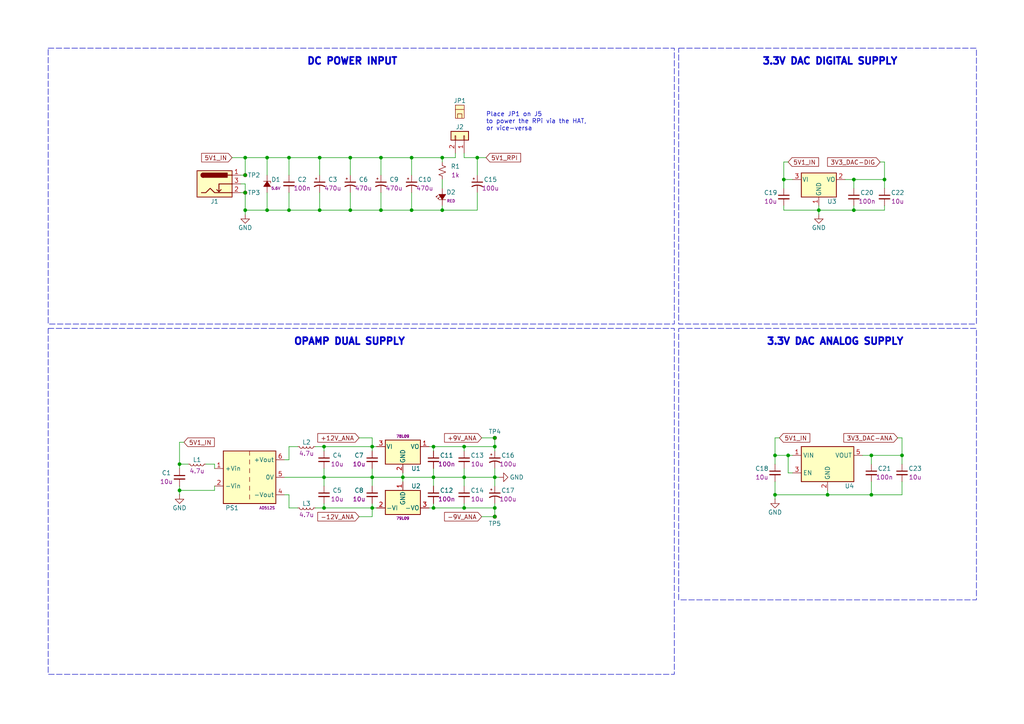
<source format=kicad_sch>
(kicad_sch (version 20250114) (generator "eeschema") (generator_version "9.0")
  (paper "A4")
  (title_block (title "LightSABRE DAC") (date "2026-01-09") (rev "1.0") (company "itz-embedded") (comment 1 "Author: D. Murgia"))
  (lib_symbols
    (symbol "dm_CAP_SMD:CAP-100N-10%-16V-X7R-0402_002" (pin_numbers (hide yes)) (pin_names (offset 0.254) (hide yes))
      (property "Reference" "C" (at 3.81 1.27 0))
      (property "Capacitance" "100n" (at 3.81 -1.27 0))
      (symbol "CAP-100N-10%-16V-X7R-0402_002_1_1"
        (pin passive line (at 0 2.54 270) (length 2.032) (name "~") (number "1"))
        (pin passive line (at 0 -2.54 90) (length 2.032) (name "~") (number "2"))
      )
    )
    (symbol "dm_CAP_SMD:CAP-100N-10%-50V-X7R-0603_002" (pin_numbers (hide yes)) (pin_names (offset 0.254) (hide yes))
      (property "Reference" "C" (at 3.81 1.27 0))
      (property "Capacitance" "100n" (at 3.81 -1.27 0))
      (symbol "CAP-100N-10%-50V-X7R-0603_002_1_1"
        (pin passive line (at 0 2.54 270) (length 2.032) (name "~") (number "1"))
        (pin passive line (at 0 -2.54 90) (length 2.032) (name "~") (number "2"))
      )
    )
    (symbol "dm_CAP_SMD:CAP-10U-20%-16V-X5R-0603_004" (pin_numbers (hide yes)) (pin_names (offset 0.254) (hide yes))
      (property "Reference" "C" (at 3.81 1.27 0))
      (property "Capacitance" "10u" (at 3.81 -1.27 0))
      (symbol "CAP-10U-20%-16V-X5R-0603_004_1_1"
        (pin passive line (at 0 2.54 270) (length 2.032) (name "~") (number "1"))
        (pin passive line (at 0 -2.54 90) (length 2.032) (name "~") (number "2"))
      )
    )
    (symbol "dm_CAP_SMD:CAP-EL-100U-20%-16V-ALUM-5.0MM-5.4MM_002" (pin_numbers (hide yes)) (pin_names (offset 0.254) (hide yes))
      (property "Reference" "C" (at 3.81 1.27 0))
      (property "Capacitance" "100u" (at 3.81 -1.27 0))
      (symbol "CAP-EL-100U-20%-16V-ALUM-5.0MM-5.4MM_002_1_1"
        (pin passive line (at 0 2.54 270) (length 2.032) (name "~") (number "1"))
        (pin passive line (at 0 -2.54 90) (length 2.032) (name "~") (number "2"))
      )
    )
    (symbol "dm_CAP_SMD:CAP-EL-470U-20%-10V-ALUM-6.3MM-7.7MM_002" (pin_numbers (hide yes)) (pin_names (offset 0.254) (hide yes))
      (property "Reference" "C" (at 3.81 1.27 0))
      (property "Capacitance" "470u" (at 3.81 -1.27 0))
      (symbol "CAP-EL-470U-20%-10V-ALUM-6.3MM-7.7MM_002_1_1"
        (pin passive line (at 0 2.54 270) (length 2.032) (name "~") (number "1"))
        (pin passive line (at 0 -2.54 90) (length 2.032) (name "~") (number "2"))
      )
    )
    (symbol "dm_CONN:BARREL-JACK-SW_002" (pin_names (hide yes))
      (property "Reference" "J" (at -3.81 -5.08 0))
      (symbol "BARREL-JACK-SW_002_1_1"
        (pin passive line (at 7.62 2.54 180) (length 2.54) (name "~") (number "1"))
        (pin passive line (at 7.62 0 180) (length 2.54) (name "~") (number "3"))
        (pin passive line (at 7.62 -2.54 180) (length 2.54) (name "~") (number "2"))
      )
    )
    (symbol "dm_CONN:CONN-HDR-01X02-2.54-TH_002" (pin_names (offset 1.016) (hide yes))
      (property "Reference" "J" (at 0 3.81 0))
      (symbol "CONN-HDR-01X02-2.54-TH_002_1_1"
        (pin passive line (at -5.08 1.27 0) (length 3.81) (name "Pin_1") (number "1"))
        (pin passive line (at -5.08 -1.27 0) (length 3.81) (name "Pin_2") (number "2"))
      )
    )
    (symbol "dm_DIODE:ZENER-5.6V-5W-SMB_003" (pin_numbers (hide yes)) (pin_names (offset 0.254) (hide yes))
      (property "Reference" "D" (at 0 2.286 0))
      (property "Voltage" "5.6V" (at 0 -2.54 0))
      (symbol "ZENER-5.6V-5W-SMB_003_1_1"
        (pin passive line (at -2.54 0 0) (length 1.778) (name "K") (number "1"))
        (pin passive line (at 2.54 0 180) (length 1.778) (name "A") (number "2"))
      )
    )
    (symbol "dm_IND_SMD:IND-4.7U-20%-1.55A-0.196OHM-1008_002" (pin_numbers (hide yes)) (pin_names (offset 0.254) (hide yes))
      (property "Reference" "L" (at -2.54 1.27 0))
      (property "Inductance" "4.7u" (at -2.54 -1.27 0))
      (symbol "IND-4.7U-20%-1.55A-0.196OHM-1008_002_1_1"
        (pin passive line (at 0 2.54 270) (length 0.508) (name "~") (number "1"))
        (pin passive line (at 0 -2.54 90) (length 0.508) (name "~") (number "2"))
      )
    )
    (symbol "dm_LED:LED-RED-0402_002" (pin_numbers (hide yes)) (pin_names (offset 0.254) (hide yes))
      (property "Reference" "D" (at 0 2.54 0))
      (property "Color" "RED" (at 0 -2.54 0))
      (symbol "LED-RED-0402_002_1_1"
        (pin passive line (at -2.54 0 0) (length 1.778) (name "K") (number "1"))
        (pin passive line (at 2.54 0 180) (length 1.778) (name "A") (number "2"))
      )
    )
    (symbol "dm_MECH:TP-TH-ROUND-1MM-0.5MM" (pin_numbers (hide yes)) (pin_names (offset 0.762) (hide yes)) (in_bom no)
      (property "Reference" "TP" (at 0 2.032 0))
      (symbol "TP-TH-ROUND-1MM-0.5MM_0_1"
        (pin passive line (at 0 0 90) (length 0) (name "1") (number "1"))
      )
    )
    (symbol "dm_MISC:CONN-SHUNT-2P-2.54MM-BLACK-CAPPED_002" (pin_numbers (hide yes)) (pin_names (offset 0) (hide yes)) (on_board no)
      (property "Reference" "JP" (at 0 -3.81 0))
    )
    (symbol "dm_POWER:78L09-SOT89_002" (pin_names (offset 0.254))
      (property "Reference" "U" (at -3.81 -6.35 0))
      (property "Family" "78L09" (at 0 3.81 0))
      (symbol "78L09-SOT89_002_1_1"
        (pin power_in line (at -7.62 0 0) (length 2.54) (name "VI") (number "3"))
        (pin power_in line (at 0 -7.62 90) (length 2.54) (name "GND") (number "2"))
        (pin power_out line (at 7.62 0 180) (length 2.54) (name "VO") (number "1"))
      )
    )
    (symbol "dm_POWER:79L09-SOT89_002" (pin_names (offset 0.254))
      (property "Reference" "U" (at -3.81 -6.35 0))
      (property "Family" "79L09" (at 0 3.81 0))
      (symbol "79L09-SOT89_002_1_1"
        (pin power_in line (at -7.62 0 0) (length 2.54) (name "-VI") (number "2"))
        (pin power_in line (at 0 -7.62 90) (length 2.54) (name "GND") (number "1"))
        (pin power_out line (at 7.62 0 180) (length 2.54) (name "-VO") (number "3"))
      )
    )
    (symbol "dm_POWER:A0512S-2W-1.5KV-SIP_002"
      (property "Reference" "PS" (at -6.35 -8.89 0))
      (property "Family" "A0512S" (at 5.08 -8.89 0))
      (symbol "A0512S-2W-1.5KV-SIP_002_0_0"
        (pin power_in line (at -10.16 2.54 0) (length 2.54) (name "+Vin") (number "1"))
        (pin power_in line (at -10.16 -2.54 0) (length 2.54) (name "-Vin") (number "2"))
        (pin power_out line (at 10.16 5.08 180) (length 2.54) (name "+Vout") (number "6"))
        (pin power_out line (at 10.16 0 180) (length 2.54) (name "0V") (number "5"))
        (pin power_out line (at 10.16 -5.08 180) (length 2.54) (name "-Vout") (number "4"))
      )
    )
    (symbol "dm_POWER:LR6206B-U33" (pin_names (offset 0.254))
      (property "Reference" "U" (at -3.81 -6.35 0))
      (property "Value" "LR6206B-U33" (at 0 3.81 0))
      (symbol "LR6206B-U33_1_1"
        (pin power_in line (at -7.62 0 0) (length 2.54) (name "VI") (number "3"))
        (pin power_in line (at 0 -7.62 90) (length 2.54) (name "GND") (number "1"))
        (pin power_out line (at 7.62 0 180) (length 2.54) (name "VO") (number "2"))
      )
    )
    (symbol "dm_POWER:TPS7A2033-SOT23"
      (property "Reference" "U" (at -6.35 -6.35 0))
      (property "Family" "TPS7A2033" (at 0 6.35 0))
      (symbol "TPS7A2033-SOT23_1_1"
        (pin power_in line (at -10.16 2.54 0) (length 2.54) (name "VIN") (number "1"))
        (pin input line (at -10.16 -2.54 0) (length 2.54) (name "EN") (number "3"))
        (pin power_in line (at 0 -7.62 90) (length 2.54) (name "GND") (number "2"))
        (pin no_connect line (at 7.62 -2.54 180) (length 2.54) (hide yes) (name "NC") (number "4"))
        (pin power_out line (at 10.16 2.54 180) (length 2.54) (name "VOUT") (number "5"))
      )
    )
    (symbol "dm_RES_SMD:RES-1K-5%-0.063W-0402_002" (pin_numbers (hide yes)) (pin_names (offset 0.254) (hide yes))
      (property "Reference" "R" (at 2.54 1.27 0))
      (property "Resistance" "1k" (at 2.54 -1.27 0))
      (symbol "RES-1K-5%-0.063W-0402_002_1_1"
        (pin passive line (at 0 2.54 270) (length 1.016) (name "~") (number "1"))
        (pin passive line (at 0 -2.54 90) (length 1.016) (name "~") (number "2"))
      )
    )
    (symbol "power:GND" (power) (pin_numbers (hide yes)) (pin_names (offset 0) (hide yes))
      (property "Value" "GND" (at 0 -3.81 0))
      (symbol "GND_1_1"
        (pin power_in line (at 0 0 270) (length 0) (name "~") (number "1"))
      )
    )
  )
  (rectangle (start 13.97 13.97) (end 195.58 93.98) (stroke (width 0) (type dash)))
  (rectangle (start 196.85 95.25) (end 283.21 173.99) (stroke (width 0) (type dash)))
  (rectangle (start 13.97 95.25) (end 195.58 195.58) (stroke (width 0) (type dash)))
  (rectangle (start 196.85 13.97) (end 283.21 93.98) (stroke (width 0) (type dash)))
  (text "DC POWER INPUT" (at 88.9 19.05 0) (effects (font (size 2 2) (thickness 0.4978) (bold yes)) (justify left bottom)))
  (text "3.3V DAC DIGITAL SUPPLY" (at 220.98 19.05 0) (effects (font (size 2 2) (thickness 0.4978) (bold yes)) (justify left bottom)))
  (text "OPAMP DUAL SUPPLY" (at 85.09 100.33 0) (effects (font (size 2 2) (thickness 0.4978) (bold yes)) (justify left bottom)))
  (text "3.3V DAC ANALOG SUPPLY" (at 222.25 100.33 0) (effects (font (size 2 2) (thickness 0.4978) (bold yes)) (justify left bottom)))
  (text "Place JP1 on J5\nto power the RPi via the HAT,\nor vice-versa" (at 140.97 38.1 0) (effects (font (size 1.27 1.27)) (justify left bottom)))
  (junction (at 83.82 45.72))
  (junction (at 71.12 60.96))
  (junction (at 107.95 129.54))
  (junction (at 93.98 147.32))
  (junction (at 237.49 60.96))
  (junction (at 134.62 138.43))
  (junction (at 52.07 134.62))
  (junction (at 143.51 129.54))
  (junction (at 110.49 45.72))
  (junction (at 143.51 149.86))
  (junction (at 256.54 52.07))
  (junction (at 224.79 132.08))
  (junction (at 92.71 45.72))
  (junction (at 71.12 50.8))
  (junction (at 240.03 143.51))
  (junction (at 119.38 60.96))
  (junction (at 71.12 45.72))
  (junction (at 224.79 143.51))
  (junction (at 134.62 129.54))
  (junction (at 71.12 55.88))
  (junction (at 107.95 138.43))
  (junction (at 128.27 60.96))
  (junction (at 138.43 45.72))
  (junction (at 261.62 132.08))
  (junction (at 247.65 52.07))
  (junction (at 119.38 45.72))
  (junction (at 125.73 138.43))
  (junction (at 143.51 138.43))
  (junction (at 116.84 138.43))
  (junction (at 143.51 127))
  (junction (at 77.47 60.96))
  (junction (at 228.6 132.08))
  (junction (at 125.73 129.54))
  (junction (at 77.47 45.72))
  (junction (at 93.98 138.43))
  (junction (at 83.82 60.96))
  (junction (at 134.62 147.32))
  (junction (at 125.73 147.32))
  (junction (at 101.6 60.96))
  (junction (at 101.6 45.72))
  (junction (at 92.71 60.96))
  (junction (at 110.49 60.96))
  (junction (at 107.95 147.32))
  (junction (at 143.51 147.32))
  (junction (at 252.73 132.08))
  (junction (at 252.73 143.51))
  (junction (at 52.07 142.24))
  (junction (at 128.27 45.72))
  (junction (at 247.65 60.96))
  (junction (at 227.33 52.07))
  (junction (at 93.98 129.54))
  (wire (pts (xy 59.69 134.62) (xy 62.23 134.62)))
  (wire (pts (xy 71.12 45.72) (xy 77.47 45.72)))
  (wire (pts (xy 228.6 132.08) (xy 228.6 137.16)))
  (wire (pts (xy 247.65 60.96) (xy 256.54 60.96)))
  (wire (pts (xy 71.12 60.96) (xy 77.47 60.96)))
  (wire (pts (xy 143.51 129.54) (xy 143.51 130.81)))
  (wire (pts (xy 224.79 139.7) (xy 224.79 143.51)))
  (wire (pts (xy 224.79 143.51) (xy 240.03 143.51)))
  (wire (pts (xy 226.06 127) (xy 224.79 127)))
  (wire (pts (xy 134.62 130.81) (xy 134.62 129.54)))
  (wire (pts (xy 240.03 143.51) (xy 252.73 143.51)))
  (wire (pts (xy 71.12 55.88) (xy 71.12 60.96)))
  (wire (pts (xy 107.95 127) (xy 107.95 129.54)))
  (wire (pts (xy 83.82 45.72) (xy 92.71 45.72)))
  (wire (pts (xy 128.27 59.69) (xy 128.27 60.96)))
  (wire (pts (xy 119.38 45.72) (xy 128.27 45.72)))
  (wire (pts (xy 125.73 138.43) (xy 125.73 140.97)))
  (wire (pts (xy 91.44 147.32) (xy 93.98 147.32)))
  (wire (pts (xy 62.23 134.62) (xy 62.23 135.89)))
  (wire (pts (xy 52.07 134.62) (xy 54.61 134.62)))
  (wire (pts (xy 110.49 60.96) (xy 119.38 60.96)))
  (wire (pts (xy 69.85 55.88) (xy 71.12 55.88)))
  (wire (pts (xy 101.6 60.96) (xy 101.6 55.88)))
  (wire (pts (xy 107.95 138.43) (xy 107.95 140.97)))
  (wire (pts (xy 229.87 52.07) (xy 227.33 52.07)))
  (wire (pts (xy 256.54 52.07) (xy 256.54 54.61)))
  (wire (pts (xy 110.49 60.96) (xy 110.49 55.88)))
  (wire (pts (xy 139.7 127) (xy 143.51 127)))
  (wire (pts (xy 71.12 45.72) (xy 71.12 50.8)))
  (wire (pts (xy 139.7 149.86) (xy 143.51 149.86)))
  (wire (pts (xy 92.71 60.96) (xy 101.6 60.96)))
  (wire (pts (xy 125.73 147.32) (xy 125.73 146.05)))
  (wire (pts (xy 240.03 142.24) (xy 240.03 143.51)))
  (wire (pts (xy 247.65 52.07) (xy 247.65 54.61)))
  (wire (pts (xy 92.71 45.72) (xy 101.6 45.72)))
  (wire (pts (xy 71.12 60.96) (xy 71.12 62.23)))
  (wire (pts (xy 77.47 45.72) (xy 77.47 50.8)))
  (wire (pts (xy 245.11 52.07) (xy 247.65 52.07)))
  (wire (pts (xy 227.33 59.69) (xy 227.33 60.96)))
  (wire (pts (xy 109.22 129.54) (xy 107.95 129.54)))
  (wire (pts (xy 82.55 138.43) (xy 93.98 138.43)))
  (wire (pts (xy 134.62 44.45) (xy 134.62 45.72)))
  (wire (pts (xy 83.82 45.72) (xy 83.82 50.8)))
  (wire (pts (xy 252.73 143.51) (xy 252.73 139.7)))
  (wire (pts (xy 67.31 45.72) (xy 71.12 45.72)))
  (wire (pts (xy 132.08 44.45) (xy 132.08 45.72)))
  (wire (pts (xy 62.23 142.24) (xy 52.07 142.24)))
  (wire (pts (xy 256.54 46.99) (xy 256.54 52.07)))
  (wire (pts (xy 86.36 147.32) (xy 83.82 147.32)))
  (wire (pts (xy 52.07 135.89) (xy 52.07 134.62)))
  (wire (pts (xy 256.54 59.69) (xy 256.54 60.96)))
  (wire (pts (xy 227.33 60.96) (xy 237.49 60.96)))
  (wire (pts (xy 261.62 143.51) (xy 252.73 143.51)))
  (wire (pts (xy 260.35 127) (xy 261.62 127)))
  (wire (pts (xy 77.47 55.88) (xy 77.47 60.96)))
  (wire (pts (xy 255.27 46.99) (xy 256.54 46.99)))
  (wire (pts (xy 107.95 135.89) (xy 107.95 138.43)))
  (wire (pts (xy 143.51 127) (xy 143.51 129.54)))
  (wire (pts (xy 140.97 45.72) (xy 138.43 45.72)))
  (wire (pts (xy 77.47 45.72) (xy 83.82 45.72)))
  (wire (pts (xy 116.84 138.43) (xy 116.84 139.7)))
  (wire (pts (xy 143.51 138.43) (xy 143.51 140.97)))
  (wire (pts (xy 101.6 60.96) (xy 110.49 60.96)))
  (wire (pts (xy 247.65 52.07) (xy 256.54 52.07)))
  (wire (pts (xy 128.27 46.99) (xy 128.27 45.72)))
  (wire (pts (xy 107.95 147.32) (xy 109.22 147.32)))
  (wire (pts (xy 69.85 50.8) (xy 71.12 50.8)))
  (wire (pts (xy 107.95 129.54) (xy 107.95 130.81)))
  (wire (pts (xy 125.73 138.43) (xy 116.84 138.43)))
  (wire (pts (xy 124.46 147.32) (xy 125.73 147.32)))
  (wire (pts (xy 119.38 60.96) (xy 119.38 55.88)))
  (wire (pts (xy 53.34 128.27) (xy 52.07 128.27)))
  (wire (pts (xy 104.14 149.86) (xy 107.95 149.86)))
  (wire (pts (xy 107.95 147.32) (xy 107.95 149.86)))
  (wire (pts (xy 52.07 142.24) (xy 52.07 140.97)))
  (wire (pts (xy 125.73 135.89) (xy 125.73 138.43)))
  (wire (pts (xy 229.87 137.16) (xy 228.6 137.16)))
  (wire (pts (xy 83.82 129.54) (xy 83.82 133.35)))
  (wire (pts (xy 237.49 60.96) (xy 247.65 60.96)))
  (wire (pts (xy 93.98 129.54) (xy 93.98 130.81)))
  (wire (pts (xy 224.79 132.08) (xy 228.6 132.08)))
  (wire (pts (xy 124.46 129.54) (xy 125.73 129.54)))
  (wire (pts (xy 52.07 128.27) (xy 52.07 134.62)))
  (wire (pts (xy 138.43 60.96) (xy 128.27 60.96)))
  (wire (pts (xy 138.43 55.88) (xy 138.43 60.96)))
  (wire (pts (xy 93.98 129.54) (xy 107.95 129.54)))
  (wire (pts (xy 119.38 45.72) (xy 119.38 50.8)))
  (wire (pts (xy 250.19 132.08) (xy 252.73 132.08)))
  (wire (pts (xy 261.62 134.62) (xy 261.62 132.08)))
  (wire (pts (xy 125.73 129.54) (xy 134.62 129.54)))
  (wire (pts (xy 82.55 133.35) (xy 83.82 133.35)))
  (wire (pts (xy 91.44 129.54) (xy 93.98 129.54)))
  (wire (pts (xy 138.43 45.72) (xy 138.43 50.8)))
  (wire (pts (xy 62.23 140.97) (xy 62.23 142.24)))
  (wire (pts (xy 116.84 137.16) (xy 116.84 138.43)))
  (wire (pts (xy 69.85 53.34) (xy 71.12 53.34)))
  (wire (pts (xy 237.49 60.96) (xy 237.49 62.23)))
  (wire (pts (xy 134.62 138.43) (xy 143.51 138.43)))
  (wire (pts (xy 237.49 59.69) (xy 237.49 60.96)))
  (wire (pts (xy 83.82 143.51) (xy 82.55 143.51)))
  (wire (pts (xy 143.51 149.86) (xy 143.51 147.32)))
  (wire (pts (xy 107.95 146.05) (xy 107.95 147.32)))
  (wire (pts (xy 143.51 138.43) (xy 144.78 138.43)))
  (wire (pts (xy 93.98 146.05) (xy 93.98 147.32)))
  (wire (pts (xy 228.6 132.08) (xy 229.87 132.08)))
  (wire (pts (xy 128.27 45.72) (xy 132.08 45.72)))
  (wire (pts (xy 92.71 60.96) (xy 92.71 55.88)))
  (wire (pts (xy 134.62 129.54) (xy 143.51 129.54)))
  (wire (pts (xy 52.07 142.24) (xy 52.07 143.51)))
  (wire (pts (xy 134.62 147.32) (xy 143.51 147.32)))
  (wire (pts (xy 110.49 45.72) (xy 110.49 50.8)))
  (wire (pts (xy 125.73 147.32) (xy 134.62 147.32)))
  (wire (pts (xy 128.27 52.07) (xy 128.27 54.61)))
  (wire (pts (xy 101.6 45.72) (xy 101.6 50.8)))
  (wire (pts (xy 125.73 138.43) (xy 134.62 138.43)))
  (wire (pts (xy 107.95 138.43) (xy 116.84 138.43)))
  (wire (pts (xy 227.33 52.07) (xy 227.33 54.61)))
  (wire (pts (xy 92.71 45.72) (xy 92.71 50.8)))
  (wire (pts (xy 71.12 53.34) (xy 71.12 55.88)))
  (wire (pts (xy 93.98 135.89) (xy 93.98 138.43)))
  (wire (pts (xy 104.14 127) (xy 107.95 127)))
  (wire (pts (xy 83.82 55.88) (xy 83.82 60.96)))
  (wire (pts (xy 143.51 135.89) (xy 143.51 138.43)))
  (wire (pts (xy 134.62 146.05) (xy 134.62 147.32)))
  (wire (pts (xy 252.73 132.08) (xy 252.73 134.62)))
  (wire (pts (xy 228.6 46.99) (xy 227.33 46.99)))
  (wire (pts (xy 125.73 129.54) (xy 125.73 130.81)))
  (wire (pts (xy 227.33 46.99) (xy 227.33 52.07)))
  (wire (pts (xy 110.49 45.72) (xy 119.38 45.72)))
  (wire (pts (xy 134.62 138.43) (xy 134.62 140.97)))
  (wire (pts (xy 224.79 127) (xy 224.79 132.08)))
  (wire (pts (xy 261.62 127) (xy 261.62 132.08)))
  (wire (pts (xy 83.82 143.51) (xy 83.82 147.32)))
  (wire (pts (xy 83.82 60.96) (xy 92.71 60.96)))
  (wire (pts (xy 143.51 147.32) (xy 143.51 146.05)))
  (wire (pts (xy 93.98 147.32) (xy 107.95 147.32)))
  (wire (pts (xy 261.62 132.08) (xy 252.73 132.08)))
  (wire (pts (xy 134.62 138.43) (xy 134.62 135.89)))
  (wire (pts (xy 119.38 60.96) (xy 128.27 60.96)))
  (wire (pts (xy 101.6 45.72) (xy 110.49 45.72)))
  (wire (pts (xy 77.47 60.96) (xy 83.82 60.96)))
  (wire (pts (xy 261.62 139.7) (xy 261.62 143.51)))
  (wire (pts (xy 224.79 144.78) (xy 224.79 143.51)))
  (wire (pts (xy 247.65 59.69) (xy 247.65 60.96)))
  (wire (pts (xy 93.98 138.43) (xy 107.95 138.43)))
  (wire (pts (xy 83.82 129.54) (xy 86.36 129.54)))
  (wire (pts (xy 224.79 132.08) (xy 224.79 134.62)))
  (wire (pts (xy 134.62 45.72) (xy 138.43 45.72)))
  (wire (pts (xy 93.98 138.43) (xy 93.98 140.97)))
  (global_label "5V1_IN" (shape input) (at 228.6 46.99 0) (property "Intersheetrefs" "${INTERSHEET_REFS}" (effects (hide yes))))
  (global_label "5V1_IN" (shape input) (at 226.06 127 0) (property "Intersheetrefs" "${INTERSHEET_REFS}" (effects (hide yes))))
  (global_label "+9V_ANA" (shape input) (at 139.7 127 180) (property "Intersheetrefs" "${INTERSHEET_REFS}" (effects (hide yes))))
  (global_label "5V1_IN" (shape input) (at 67.31 45.72 180) (property "Intersheetrefs" "${INTERSHEET_REFS}" (effects (hide yes))))
  (global_label "3V3_DAC-ANA" (shape input) (at 260.35 127 180) (property "Intersheetrefs" "${INTERSHEET_REFS}" (effects (hide yes))))
  (global_label "+12V_ANA" (shape input) (at 104.14 127 180) (property "Intersheetrefs" "${INTERSHEET_REFS}" (effects (hide yes))))
  (global_label "-9V_ANA" (shape input) (at 139.7 149.86 180) (property "Intersheetrefs" "${INTERSHEET_REFS}" (effects (hide yes))))
  (global_label "-12V_ANA" (shape input) (at 104.14 149.86 180) (property "Intersheetrefs" "${INTERSHEET_REFS}" (effects (hide yes))))
  (global_label "5V1_IN" (shape input) (at 53.34 128.27 0) (property "Intersheetrefs" "${INTERSHEET_REFS}" (effects (hide yes))))
  (global_label "3V3_DAC-DIG" (shape input) (at 255.27 46.99 180) (property "Intersheetrefs" "${INTERSHEET_REFS}" (effects (hide yes))))
  (global_label "5V1_RPI" (shape input) (at 140.97 45.72 0) (property "Intersheetrefs" "${INTERSHEET_REFS}" (effects (hide yes))))
  (symbol (lib_id "dm_CAP_SMD:CAP-EL-470U-20%-10V-ALUM-6.3MM-7.7MM_002") (at 92.71 53.34 0) (unit 1)
    (property "Reference" "C3" (at 96.52 52.07 0))
    (property "Value" "CAP-EL-470U-20%-10V-ALUM-6.3MM-7.7MM_002" (effects (hide yes)))
    (property "Footprint" "Capacitor_SMD:CP_Elec_6.3x7.7" (effects (hide yes)))
    (property "Datasheet" "https://www.lcsc.com/datasheet/lcsc_datasheet_2411220152_ROQANG-RVT1A471M0607_C335982.pdf" (effects (hide yes)))
    (property "Description" "470µF 20% 10V Aluminium Electrolytic Capacitors Radial, Can - SMD 200mA@120Hz 2000 Hrs @ 105°C" (effects (hide yes)))
    (property "Descr" "CAP ALUM 470UF 20% 10V SMD" (effects (hide yes)))
    (property "MPN" "RVT1A471M0607" (effects (hide yes)))
    (property "LCSC" "C335982" (effects (hide yes)))
    (property "MOUSER" "-" (effects (hide yes)))
    (property "DIGIKEY" "-" (effects (hide yes)))
    (property "Capacitance" "470u" (at 96.52 54.61 0))
  )
  (symbol (lib_id "dm_CAP_SMD:CAP-10U-20%-16V-X5R-0603_004") (at 134.62 143.51 0) (unit 1)
    (property "Reference" "C14" (at 138.43 142.24 0))
    (property "Value" "CAP-10U-20%-16V-X5R-0603_004" (effects (hide yes)))
    (property "Footprint" "Capacitor_SMD:C_0603_1608Metric" (effects (hide yes)))
    (property "Description" "CHINOCERA 10µF ±20% 16V Ceramic Capacitor X5R 0603" (effects (hide yes)))
    (property "Descr" "CAP CER 10UF 20% 16V X5R 0603" (effects (hide yes)))
    (property "MPN" "HGC0603R5106M160NTHJ" (effects (hide yes)))
    (property "LCSC" "C7472959" (effects (hide yes)))
    (property "MOUSER" "-" (effects (hide yes)))
    (property "DIGIKEY" "-" (effects (hide yes)))
    (property "Capacitance" "10u" (at 138.43 144.78 0))
  )
  (symbol (lib_id "dm_CAP_SMD:CAP-100N-10%-50V-X7R-0603_002") (at 83.82 53.34 0) (unit 1)
    (property "Reference" "C2" (at 87.63 52.07 0))
    (property "Value" "CAP-100N-10%-50V-X7R-0603_002" (effects (hide yes)))
    (property "Footprint" "Capacitor_SMD:C_0603_1608Metric" (effects (hide yes)))
    (property "Description" "HRE 100nF ±10% 50V Ceramic Capacitor X7R 0603" (effects (hide yes)))
    (property "Descr" "CAP CER 100NF 10% 50V X7R 0603" (effects (hide yes)))
    (property "MPN" "CGA0603X7R104K500JT" (effects (hide yes)))
    (property "LCSC" "C6119867" (effects (hide yes)))
    (property "MOUSER" "-" (effects (hide yes)))
    (property "DIGIKEY" "-" (effects (hide yes)))
    (property "Capacitance" "100n" (at 87.63 54.61 0))
  )
  (symbol (lib_id "dm_MECH:TP-TH-ROUND-1MM-0.5MM") (at 143.51 149.86 180) (unit 1) (in_bom no)
    (property "Reference" "TP5" (at 143.51 151.13 0) (effects (justify bottom)))
    (property "Value" "TP-TH-ROUND-1MM-0.5MM" (effects (hide yes)))
    (property "Footprint" "TestPoint:TestPoint_THTPad_D1.0mm_Drill0.5mm" (effects (hide yes)))
    (property "Description" "Test Point" (effects (hide yes)))
    (property "Descr" "TEST POINT TH ROUND 1MM 0.5MM" (effects (hide yes)))
    (property "MPN" "N.M." (effects (hide yes)))
    (property "LCSC" "N.M." (effects (hide yes)))
    (property "MOUSER" "N.M." (effects (hide yes)))
    (property "DIGIKEY" "N.M." (effects (hide yes)))
  )
  (symbol (lib_id "dm_IND_SMD:IND-4.7U-20%-1.55A-0.196OHM-1008_002") (at 88.9 129.54 270) (unit 1)
    (property "Reference" "L2" (at 88.9 128.27 90))
    (property "Value" "IND-4.7U-20%-1.55A-0.196OHM-1008_002" (effects (hide yes)))
    (property "Footprint" "dm_SMD:L_1008_2520Metric" (effects (hide yes)))
    (property "Datasheet" "https://www.lcsc.com/datasheet/lcsc_datasheet_2410121513_INPAQ-WIP252012P-4R7ML_C964123.pdf" (effects (hide yes)))
    (property "Description" "4.7µH Shielded Thin Film Inductor 1.55A 196mOhm Typ 1008 (2520 Metric)" (effects (hide yes)))
    (property "Descr" "IND 4.7 UH 20% 1.55A 0.196 OHM 1008" (effects (hide yes)))
    (property "MPN" "WIP252012P-4R7ML" (effects (hide yes)))
    (property "LCSC" "C964123" (effects (hide yes)))
    (property "MOUSER" "-" (effects (hide yes)))
    (property "DIGIKEY" "-" (effects (hide yes)))
    (property "Inductance" "4.7u" (at 88.9 130.81 90) (effects (justify top)))
  )
  (symbol (lib_id "power:GND") (at 237.49 62.23 0) (unit 1)
    (property "Reference" "#PWR06" (effects (hide yes)))
    (property "Value" "GND" (at 237.49 66.04 0))
    (property "Description" "Power symbol creates a global label with name \"GND\" , ground" (effects (hide yes)))
  )
  (symbol (lib_id "dm_IND_SMD:IND-4.7U-20%-1.55A-0.196OHM-1008_002") (at 57.15 134.62 270) (unit 1)
    (property "Reference" "L1" (at 57.15 133.35 90))
    (property "Value" "IND-4.7U-20%-1.55A-0.196OHM-1008_002" (effects (hide yes)))
    (property "Footprint" "dm_SMD:L_1008_2520Metric" (effects (hide yes)))
    (property "Datasheet" "https://www.lcsc.com/datasheet/lcsc_datasheet_2410121513_INPAQ-WIP252012P-4R7ML_C964123.pdf" (effects (hide yes)))
    (property "Description" "4.7µH Shielded Thin Film Inductor 1.55A 196mOhm Typ 1008 (2520 Metric)" (effects (hide yes)))
    (property "Descr" "IND 4.7 UH 20% 1.55A 0.196 OHM 1008" (effects (hide yes)))
    (property "MPN" "WIP252012P-4R7ML" (effects (hide yes)))
    (property "LCSC" "C964123" (effects (hide yes)))
    (property "MOUSER" "-" (effects (hide yes)))
    (property "DIGIKEY" "-" (effects (hide yes)))
    (property "Inductance" "4.7u" (at 57.15 135.89 90) (effects (justify top)))
  )
  (symbol (lib_id "dm_MECH:TP-TH-ROUND-1MM-0.5MM") (at 71.12 55.88 0) (unit 1) (in_bom no)
    (property "Reference" "TP3" (at 73.66 55.88 0))
    (property "Value" "TP-TH-ROUND-1MM-0.5MM" (effects (hide yes)))
    (property "Footprint" "TestPoint:TestPoint_THTPad_D1.0mm_Drill0.5mm" (effects (hide yes)))
    (property "Description" "Test Point" (effects (hide yes)))
    (property "Descr" "TEST POINT TH ROUND 1MM 0.5MM" (effects (hide yes)))
    (property "MPN" "N.M." (effects (hide yes)))
    (property "LCSC" "N.M." (effects (hide yes)))
    (property "MOUSER" "N.M." (effects (hide yes)))
    (property "DIGIKEY" "N.M." (effects (hide yes)))
  )
  (symbol (lib_id "dm_MECH:TP-TH-ROUND-1MM-0.5MM") (at 71.12 50.8 0) (unit 1) (in_bom no)
    (property "Reference" "TP2" (at 73.66 50.8 0))
    (property "Value" "TP-TH-ROUND-1MM-0.5MM" (effects (hide yes)))
    (property "Footprint" "TestPoint:TestPoint_THTPad_D1.0mm_Drill0.5mm" (effects (hide yes)))
    (property "Description" "Test Point" (effects (hide yes)))
    (property "Descr" "TEST POINT TH ROUND 1MM 0.5MM" (effects (hide yes)))
    (property "MPN" "N.M." (effects (hide yes)))
    (property "LCSC" "N.M." (effects (hide yes)))
    (property "MOUSER" "N.M." (effects (hide yes)))
    (property "DIGIKEY" "N.M." (effects (hide yes)))
  )
  (symbol (lib_id "dm_CAP_SMD:CAP-EL-470U-20%-10V-ALUM-6.3MM-7.7MM_002") (at 110.49 53.34 0) (unit 1)
    (property "Reference" "C9" (at 114.3 52.07 0))
    (property "Value" "CAP-EL-470U-20%-10V-ALUM-6.3MM-7.7MM_002" (effects (hide yes)))
    (property "Footprint" "Capacitor_SMD:CP_Elec_6.3x7.7" (effects (hide yes)))
    (property "Datasheet" "https://www.lcsc.com/datasheet/lcsc_datasheet_2411220152_ROQANG-RVT1A471M0607_C335982.pdf" (effects (hide yes)))
    (property "Description" "470µF 20% 10V Aluminium Electrolytic Capacitors Radial, Can - SMD 200mA@120Hz 2000 Hrs @ 105°C" (effects (hide yes)))
    (property "Descr" "CAP ALUM 470UF 20% 10V SMD" (effects (hide yes)))
    (property "MPN" "RVT1A471M0607" (effects (hide yes)))
    (property "LCSC" "C335982" (effects (hide yes)))
    (property "MOUSER" "-" (effects (hide yes)))
    (property "DIGIKEY" "-" (effects (hide yes)))
    (property "Capacitance" "470u" (at 114.3 54.61 0))
  )
  (symbol (lib_id "dm_POWER:A0512S-2W-1.5KV-SIP_002") (at 72.39 138.43 0) (unit 1)
    (property "Reference" "PS1" (at 67.31 147.32 0))
    (property "Value" "A0512S-2W-1.5KV-SIP_002" (effects (hide yes)))
    (property "Footprint" "Converter_DCDC:Converter_DCDC_XP_POWER-IHxxxxS_THT" (effects (hide yes)))
    (property "Datasheet" "https://www.lcsc.com/datasheet/lcsc_datasheet_2401211050_YLPTEC-A0512S-2WR2_C5369424.pdf" (effects (hide yes)))
    (property "Description" "1.5k VDC Isolated DC/DC Converter Module, Dual Output Voltage ±12V ±84mA, 5V Input Voltage, 2W, SIP" (effects (hide yes)))
    (property "Descr" "ISOLATED DC DC CONVERTER 5V DUAL OUT+/-12V 2W SIP" (effects (hide yes)))
    (property "MPN" "A0512S-2WR2" (effects (hide yes)))
    (property "LCSC" "C5369424" (effects (hide yes)))
    (property "MOUSER" "-" (effects (hide yes)))
    (property "DIGIKEY" "-" (effects (hide yes)))
    (property "Family" "A0512S" (at 77.47 147.32 0) (effects (font (size 0.8 0.8))))
  )
  (symbol (lib_id "dm_CONN:BARREL-JACK-SW_002") (at 62.23 53.34 0) (unit 1)
    (property "Reference" "J1" (at 62.23 58.42 0))
    (property "Value" "BARREL-JACK-SW_002" (effects (hide yes)))
    (property "Footprint" "dm_CONN:BarrelJack" (effects (hide yes)))
    (property "Datasheet" "https://datasheet.lcsc.com/lcsc/1811051112_BOOMELE-Boom-Precision-Elec-DC-005-2-0_C16214.pdf" (effects (hide yes)))
    (property "Description" "DC Barrel Jack with an internal switch 5.5x2.0mm" (effects (hide yes)))
    (property "Descr" "DC BARREL JACK 5.5X2.0MM TH" (effects (hide yes)))
    (property "MPN" "DC-005 5.5-2.0MM" (effects (hide yes)))
    (property "LCSC" "C16214" (effects (hide yes)))
    (property "MOUSER" "-" (effects (hide yes)))
    (property "DIGIKEY" "-" (effects (hide yes)))
  )
  (symbol (lib_id "dm_CAP_SMD:CAP-EL-100U-20%-16V-ALUM-5.0MM-5.4MM_002") (at 143.51 133.35 0) (unit 1)
    (property "Reference" "C16" (at 147.32 132.08 0))
    (property "Value" "CAP-EL-100U-20%-16V-ALUM-5.0MM-5.4MM_002" (effects (hide yes)))
    (property "Footprint" "Capacitor_SMD:CP_Elec_5x5.4" (effects (hide yes)))
    (property "Datasheet" "https://www.lcsc.com/datasheet/lcsc_datasheet_2411121455_ROQANG-RVT1C101M0505_C2977550.pdf" (effects (hide yes)))
    (property "Description" "100µF 16V Aluminum Electrolytic Capacitors Radial, Can - SMD 50mA@120Hz 2000 Hrs @ 105°C" (effects (hide yes)))
    (property "Descr" "CAP ALUM 100UF 20% 16V SMD" (effects (hide yes)))
    (property "MPN" "RVT1C101M0505" (effects (hide yes)))
    (property "LCSC" "C2977550" (effects (hide yes)))
    (property "MOUSER" "-" (effects (hide yes)))
    (property "DIGIKEY" "-" (effects (hide yes)))
    (property "Capacitance" "100u" (at 147.32 134.62 0))
  )
  (symbol (lib_id "power:GND") (at 224.79 144.78 0) (unit 1)
    (property "Reference" "#PWR05" (effects (hide yes)))
    (property "Value" "GND" (at 224.79 148.59 0))
    (property "Description" "Power symbol creates a global label with name \"GND\" , ground" (effects (hide yes)))
  )
  (symbol (lib_id "dm_CAP_SMD:CAP-10U-20%-16V-X5R-0603_004") (at 93.98 133.35 0) (unit 1)
    (property "Reference" "C4" (at 97.79 132.08 0))
    (property "Value" "CAP-10U-20%-16V-X5R-0603_004" (effects (hide yes)))
    (property "Footprint" "Capacitor_SMD:C_0603_1608Metric" (effects (hide yes)))
    (property "Description" "CHINOCERA 10µF ±20% 16V Ceramic Capacitor X5R 0603" (effects (hide yes)))
    (property "Descr" "CAP CER 10UF 20% 16V X5R 0603" (effects (hide yes)))
    (property "MPN" "HGC0603R5106M160NTHJ" (effects (hide yes)))
    (property "LCSC" "C7472959" (effects (hide yes)))
    (property "MOUSER" "-" (effects (hide yes)))
    (property "DIGIKEY" "-" (effects (hide yes)))
    (property "Capacitance" "10u" (at 97.79 134.62 0))
  )
  (symbol (lib_id "dm_CAP_SMD:CAP-10U-20%-16V-X5R-0603_004") (at 52.07 138.43 0) (unit 1)
    (property "Reference" "C1" (at 48.26 137.16 0))
    (property "Value" "CAP-10U-20%-16V-X5R-0603_004" (effects (hide yes)))
    (property "Footprint" "Capacitor_SMD:C_0603_1608Metric" (effects (hide yes)))
    (property "Description" "CHINOCERA 10µF ±20% 16V Ceramic Capacitor X5R 0603" (effects (hide yes)))
    (property "Descr" "CAP CER 10UF 20% 16V X5R 0603" (effects (hide yes)))
    (property "MPN" "HGC0603R5106M160NTHJ" (effects (hide yes)))
    (property "LCSC" "C7472959" (effects (hide yes)))
    (property "MOUSER" "-" (effects (hide yes)))
    (property "DIGIKEY" "-" (effects (hide yes)))
    (property "Capacitance" "10u" (at 48.26 139.7 0))
  )
  (symbol (lib_id "dm_CAP_SMD:CAP-10U-20%-16V-X5R-0603_004") (at 93.98 143.51 0) (unit 1)
    (property "Reference" "C5" (at 97.79 142.24 0))
    (property "Value" "CAP-10U-20%-16V-X5R-0603_004" (effects (hide yes)))
    (property "Footprint" "Capacitor_SMD:C_0603_1608Metric" (effects (hide yes)))
    (property "Description" "CHINOCERA 10µF ±20% 16V Ceramic Capacitor X5R 0603" (effects (hide yes)))
    (property "Descr" "CAP CER 10UF 20% 16V X5R 0603" (effects (hide yes)))
    (property "MPN" "HGC0603R5106M160NTHJ" (effects (hide yes)))
    (property "LCSC" "C7472959" (effects (hide yes)))
    (property "MOUSER" "-" (effects (hide yes)))
    (property "DIGIKEY" "-" (effects (hide yes)))
    (property "Capacitance" "10u" (at 97.79 144.78 0))
  )
  (symbol (lib_id "dm_CAP_SMD:CAP-10U-20%-16V-X5R-0603_004") (at 261.62 137.16 0) (unit 1)
    (property "Reference" "C23" (at 265.43 135.89 0))
    (property "Value" "CAP-10U-20%-16V-X5R-0603_004" (effects (hide yes)))
    (property "Footprint" "Capacitor_SMD:C_0603_1608Metric" (effects (hide yes)))
    (property "Description" "CHINOCERA 10µF ±20% 16V Ceramic Capacitor X5R 0603" (effects (hide yes)))
    (property "Descr" "CAP CER 10UF 20% 16V X5R 0603" (effects (hide yes)))
    (property "MPN" "HGC0603R5106M160NTHJ" (effects (hide yes)))
    (property "LCSC" "C7472959" (effects (hide yes)))
    (property "MOUSER" "-" (effects (hide yes)))
    (property "DIGIKEY" "-" (effects (hide yes)))
    (property "Capacitance" "10u" (at 265.43 138.43 0))
  )
  (symbol (lib_id "power:GND") (at 71.12 62.23 0) (unit 1)
    (property "Reference" "#PWR03" (effects (hide yes)))
    (property "Value" "GND" (at 71.12 66.04 0))
    (property "Description" "Power symbol creates a global label with name \"GND\" , ground" (effects (hide yes)))
  )
  (symbol (lib_id "dm_CAP_SMD:CAP-10U-20%-16V-X5R-0603_004") (at 256.54 57.15 0) (unit 1)
    (property "Reference" "C22" (at 260.35 55.88 0))
    (property "Value" "CAP-10U-20%-16V-X5R-0603_004" (effects (hide yes)))
    (property "Footprint" "Capacitor_SMD:C_0603_1608Metric" (effects (hide yes)))
    (property "Description" "CHINOCERA 10µF ±20% 16V Ceramic Capacitor X5R 0603" (effects (hide yes)))
    (property "Descr" "CAP CER 10UF 20% 16V X5R 0603" (effects (hide yes)))
    (property "MPN" "HGC0603R5106M160NTHJ" (effects (hide yes)))
    (property "LCSC" "C7472959" (effects (hide yes)))
    (property "MOUSER" "-" (effects (hide yes)))
    (property "DIGIKEY" "-" (effects (hide yes)))
    (property "Capacitance" "10u" (at 260.35 58.42 0))
  )
  (symbol (lib_id "dm_CAP_SMD:CAP-EL-470U-20%-10V-ALUM-6.3MM-7.7MM_002") (at 119.38 53.34 0) (unit 1)
    (property "Reference" "C10" (at 123.19 52.07 0))
    (property "Value" "CAP-EL-470U-20%-10V-ALUM-6.3MM-7.7MM_002" (effects (hide yes)))
    (property "Footprint" "Capacitor_SMD:CP_Elec_6.3x7.7" (effects (hide yes)))
    (property "Datasheet" "https://www.lcsc.com/datasheet/lcsc_datasheet_2411220152_ROQANG-RVT1A471M0607_C335982.pdf" (effects (hide yes)))
    (property "Description" "470µF 20% 10V Aluminium Electrolytic Capacitors Radial, Can - SMD 200mA@120Hz 2000 Hrs @ 105°C" (effects (hide yes)))
    (property "Descr" "CAP ALUM 470UF 20% 10V SMD" (effects (hide yes)))
    (property "MPN" "RVT1A471M0607" (effects (hide yes)))
    (property "LCSC" "C335982" (effects (hide yes)))
    (property "MOUSER" "-" (effects (hide yes)))
    (property "DIGIKEY" "-" (effects (hide yes)))
    (property "Capacitance" "470u" (at 123.19 54.61 0))
  )
  (symbol (lib_id "dm_CAP_SMD:CAP-100N-10%-50V-X7R-0603_002") (at 125.73 133.35 0) (mirror y) (unit 1)
    (property "Reference" "C11" (at 129.54 132.08 0))
    (property "Value" "CAP-100N-10%-50V-X7R-0603_002" (effects (hide yes)))
    (property "Footprint" "Capacitor_SMD:C_0603_1608Metric" (effects (hide yes)))
    (property "Description" "HRE 100nF ±10% 50V Ceramic Capacitor X7R 0603" (effects (hide yes)))
    (property "Descr" "CAP CER 100NF 10% 50V X7R 0603" (effects (hide yes)))
    (property "MPN" "CGA0603X7R104K500JT" (effects (hide yes)))
    (property "LCSC" "C6119867" (effects (hide yes)))
    (property "MOUSER" "-" (effects (hide yes)))
    (property "DIGIKEY" "-" (effects (hide yes)))
    (property "Capacitance" "100n" (at 129.54 134.62 0))
  )
  (symbol (lib_id "dm_CONN:CONN-HDR-01X02-2.54-TH_002") (at 133.35 39.37 270) (mirror x) (unit 1)
    (property "Reference" "J2" (at 133.35 36.83 90))
    (property "Value" "CONN-HDR-01X02-2.54-TH_002" (effects (hide yes)))
    (property "Footprint" "Connector_PinHeader_2.54mm:PinHeader_2x01_P2.54mm_Vertical" (effects (hide yes)))
    (property "Datasheet" "https://datasheet.lcsc.com/szlcsc/1811151421_Ckmtw-Shenzhen-Cankemeng-C124375_C124375.pdf" (effects (hide yes)))
    (property "Description" "Connector Header Through Hole 2 position 01x02 0.100\" (2.54mm)" (effects (hide yes)))
    (property "Descr" "CONN HEADER TH 2POS 01X02 2.54MM" (effects (hide yes)))
    (property "MPN" "C124375" (effects (hide yes)))
    (property "LCSC" "C124375" (effects (hide yes)))
    (property "MOUSER" "-" (effects (hide yes)))
    (property "DIGIKEY" "-" (effects (hide yes)))
  )
  (symbol (lib_id "dm_MECH:TP-TH-ROUND-1MM-0.5MM") (at 143.51 127 0) (unit 1) (in_bom no)
    (property "Reference" "TP4" (at 143.51 124.46 0) (effects (justify top)))
    (property "Value" "TP-TH-ROUND-1MM-0.5MM" (effects (hide yes)))
    (property "Footprint" "TestPoint:TestPoint_THTPad_D1.0mm_Drill0.5mm" (effects (hide yes)))
    (property "Description" "Test Point" (effects (hide yes)))
    (property "Descr" "TEST POINT TH ROUND 1MM 0.5MM" (effects (hide yes)))
    (property "MPN" "N.M." (effects (hide yes)))
    (property "LCSC" "N.M." (effects (hide yes)))
    (property "MOUSER" "N.M." (effects (hide yes)))
    (property "DIGIKEY" "N.M." (effects (hide yes)))
  )
  (symbol (lib_id "dm_CAP_SMD:CAP-10U-20%-16V-X5R-0603_004") (at 227.33 57.15 0) (unit 1)
    (property "Reference" "C19" (at 223.52 55.88 0))
    (property "Value" "CAP-10U-20%-16V-X5R-0603_004" (effects (hide yes)))
    (property "Footprint" "Capacitor_SMD:C_0603_1608Metric" (effects (hide yes)))
    (property "Description" "CHINOCERA 10µF ±20% 16V Ceramic Capacitor X5R 0603" (effects (hide yes)))
    (property "Descr" "CAP CER 10UF 20% 16V X5R 0603" (effects (hide yes)))
    (property "MPN" "HGC0603R5106M160NTHJ" (effects (hide yes)))
    (property "LCSC" "C7472959" (effects (hide yes)))
    (property "MOUSER" "-" (effects (hide yes)))
    (property "DIGIKEY" "-" (effects (hide yes)))
    (property "Capacitance" "10u" (at 223.52 58.42 0))
  )
  (symbol (lib_id "dm_CAP_SMD:CAP-100N-10%-50V-X7R-0603_002") (at 125.73 143.51 0) (mirror y) (unit 1)
    (property "Reference" "C12" (at 129.54 142.24 0))
    (property "Value" "CAP-100N-10%-50V-X7R-0603_002" (effects (hide yes)))
    (property "Footprint" "Capacitor_SMD:C_0603_1608Metric" (effects (hide yes)))
    (property "Description" "HRE 100nF ±10% 50V Ceramic Capacitor X7R 0603" (effects (hide yes)))
    (property "Descr" "CAP CER 100NF 10% 50V X7R 0603" (effects (hide yes)))
    (property "MPN" "CGA0603X7R104K500JT" (effects (hide yes)))
    (property "LCSC" "C6119867" (effects (hide yes)))
    (property "MOUSER" "-" (effects (hide yes)))
    (property "DIGIKEY" "-" (effects (hide yes)))
    (property "Capacitance" "100n" (at 129.54 144.78 0))
  )
  (symbol (lib_id "dm_LED:LED-RED-0402_002") (at 128.27 57.15 90) (unit 1)
    (property "Reference" "D2" (at 130.81 55.753 90))
    (property "Value" "LED-RED-0402_002" (effects (hide yes)))
    (property "Footprint" "LED_SMD:LED_0402_1005Metric" (effects (hide yes)))
    (property "Datasheet" "https://www.lcsc.com/datasheet/C25503345.pdf" (effects (hide yes)))
    (property "Description" "Red 625nm LED Indication - Discrete 2V 0402" (effects (hide yes)))
    (property "Descr" "LED RED CLEAR 0402" (effects (hide yes)))
    (property "MPN" "XL-1005SURC" (effects (hide yes)))
    (property "LCSC" "C25503345" (effects (hide yes)))
    (property "MOUSER" "-" (effects (hide yes)))
    (property "DIGIKEY" "-" (effects (hide yes)))
    (property "Color" "RED" (at 130.81 58.293 90) (effects (font (size 0.8 0.8))))
  )
  (symbol (lib_id "dm_CAP_SMD:CAP-10U-20%-16V-X5R-0603_004") (at 107.95 143.51 0) (unit 1)
    (property "Reference" "C8" (at 104.14 142.24 0))
    (property "Value" "CAP-10U-20%-16V-X5R-0603_004" (effects (hide yes)))
    (property "Footprint" "Capacitor_SMD:C_0603_1608Metric" (effects (hide yes)))
    (property "Description" "CHINOCERA 10µF ±20% 16V Ceramic Capacitor X5R 0603" (effects (hide yes)))
    (property "Descr" "CAP CER 10UF 20% 16V X5R 0603" (effects (hide yes)))
    (property "MPN" "HGC0603R5106M160NTHJ" (effects (hide yes)))
    (property "LCSC" "C7472959" (effects (hide yes)))
    (property "MOUSER" "-" (effects (hide yes)))
    (property "DIGIKEY" "-" (effects (hide yes)))
    (property "Capacitance" "10u" (at 104.14 144.78 0))
  )
  (symbol (lib_id "dm_DIODE:ZENER-5.6V-5W-SMB_003") (at 77.47 53.34 270) (unit 1)
    (property "Reference" "D1" (at 80.01 52.07 90))
    (property "Value" "ZENER-5.6V-5W-SMB_003" (effects (hide yes)))
    (property "Footprint" "Diode_SMD:D_SMB" (effects (hide yes)))
    (property "Datasheet" "https://datasheet.lcsc.com/lcsc/2207271730_LGE-SMBJ5339B_C5122124.pdf" (effects (hide yes)))
    (property "Description" "Zener Diode 5.6V 5W Surface Mount SMB (DO-214AA)" (effects (hide yes)))
    (property "Descr" "DIODE ZENER 5.6V 5W SMB" (effects (hide yes)))
    (property "MPN" "SMBJ5339B" (effects (hide yes)))
    (property "LCSC" "C5122124" (effects (hide yes)))
    (property "MOUSER" "-" (effects (hide yes)))
    (property "DIGIKEY" "-" (effects (hide yes)))
    (property "Voltage" "5.6V" (at 80.01 54.61 90) (effects (font (size 0.8 0.8))))
  )
  (symbol (lib_id "dm_POWER:LR6206B-U33") (at 237.49 52.07 0) (unit 1)
    (property "Reference" "U3" (at 241.3 58.42 0))
    (property "Value" "LR6206B-U33" (effects (hide yes)))
    (property "Footprint" "Package_TO_SOT_SMD:SOT-23" (effects (hide yes)))
    (property "Datasheet" "https://www.lcsc.com/datasheet/lcsc_datasheet_2212192008_LR-LR6206B-U33_C5336486.pdf" (effects (hide yes)))
    (property "Description" "300mA Low-dropout Voltage Regulator, Vout 3.3V, Vin up to 6.5V, SOT-23-3" (effects (hide yes)))
    (property "Descr" "IC REG LINEAR 3.3V 300MA SOT23-3" (effects (hide yes)))
    (property "MPN" "LR6206B-U33" (effects (hide yes)))
    (property "LCSC" "C5336486" (effects (hide yes)))
    (property "MOUSER" "-" (effects (hide yes)))
    (property "DIGIKEY" "-" (effects (hide yes)))
  )
  (symbol (lib_id "dm_CAP_SMD:CAP-EL-100U-20%-16V-ALUM-5.0MM-5.4MM_002") (at 138.43 53.34 0) (unit 1)
    (property "Reference" "C15" (at 142.24 52.07 0))
    (property "Value" "CAP-EL-100U-20%-16V-ALUM-5.0MM-5.4MM_002" (effects (hide yes)))
    (property "Footprint" "Capacitor_SMD:CP_Elec_5x5.4" (effects (hide yes)))
    (property "Datasheet" "https://www.lcsc.com/datasheet/lcsc_datasheet_2411121455_ROQANG-RVT1C101M0505_C2977550.pdf" (effects (hide yes)))
    (property "Description" "100µF 16V Aluminum Electrolytic Capacitors Radial, Can - SMD 50mA@120Hz 2000 Hrs @ 105°C" (effects (hide yes)))
    (property "Descr" "CAP ALUM 100UF 20% 16V SMD" (effects (hide yes)))
    (property "MPN" "RVT1C101M0505" (effects (hide yes)))
    (property "LCSC" "C2977550" (effects (hide yes)))
    (property "MOUSER" "-" (effects (hide yes)))
    (property "DIGIKEY" "-" (effects (hide yes)))
    (property "Capacitance" "100u" (at 142.24 54.61 0))
  )
  (symbol (lib_id "dm_CAP_SMD:CAP-100N-10%-16V-X7R-0402_002") (at 247.65 57.15 0) (unit 1)
    (property "Reference" "C20" (at 251.46 55.88 0))
    (property "Value" "CAP-100N-10%-16V-X7R-0402_002" (effects (hide yes)))
    (property "Footprint" "Capacitor_SMD:C_0402_1005Metric" (effects (hide yes)))
    (property "Description" "FOJAN 100nF ±10% 16V Ceramic Capacitor X7R 0402" (effects (hide yes)))
    (property "Descr" "CAP CER 100NF 10% 16V X7R 0402" (effects (hide yes)))
    (property "MPN" "FCC0402B104K160AT" (effects (hide yes)))
    (property "LCSC" "C5137468" (effects (hide yes)))
    (property "MOUSER" "-" (effects (hide yes)))
    (property "DIGIKEY" "-" (effects (hide yes)))
    (property "Capacitance" "100n" (at 251.46 58.42 0))
  )
  (symbol (lib_id "dm_CAP_SMD:CAP-10U-20%-16V-X5R-0603_004") (at 224.79 137.16 0) (unit 1)
    (property "Reference" "C18" (at 220.98 135.89 0))
    (property "Value" "CAP-10U-20%-16V-X5R-0603_004" (effects (hide yes)))
    (property "Footprint" "Capacitor_SMD:C_0603_1608Metric" (effects (hide yes)))
    (property "Description" "CHINOCERA 10µF ±20% 16V Ceramic Capacitor X5R 0603" (effects (hide yes)))
    (property "Descr" "CAP CER 10UF 20% 16V X5R 0603" (effects (hide yes)))
    (property "MPN" "HGC0603R5106M160NTHJ" (effects (hide yes)))
    (property "LCSC" "C7472959" (effects (hide yes)))
    (property "MOUSER" "-" (effects (hide yes)))
    (property "DIGIKEY" "-" (effects (hide yes)))
    (property "Capacitance" "10u" (at 220.98 138.43 0))
  )
  (symbol (lib_id "dm_RES_SMD:RES-1K-5%-0.063W-0402_002") (at 128.27 49.53 0) (unit 1)
    (property "Reference" "R1" (at 132.08 48.26 0))
    (property "Value" "RES-1K-5%-0.063W-0402_002" (effects (hide yes)))
    (property "Footprint" "Resistor_SMD:R_0402_1005Metric" (effects (hide yes)))
    (property "Description" "UNI-ROYAL 1 kOhms ±5% 0.063W, 1/16W Chip Resistor 0402" (effects (hide yes)))
    (property "Descr" "RES 1K OHM 5% 1/16W 0402" (effects (hide yes)))
    (property "MPN" "0402WGJ0102TCE" (effects (hide yes)))
    (property "LCSC" "C25543" (effects (hide yes)))
    (property "MOUSER" "-" (effects (hide yes)))
    (property "DIGIKEY" "-" (effects (hide yes)))
    (property "Resistance" "1k" (at 132.08 50.8 0))
  )
  (symbol (lib_id "dm_CAP_SMD:CAP-10U-20%-16V-X5R-0603_004") (at 134.62 133.35 0) (unit 1)
    (property "Reference" "C13" (at 138.43 132.08 0))
    (property "Value" "CAP-10U-20%-16V-X5R-0603_004" (effects (hide yes)))
    (property "Footprint" "Capacitor_SMD:C_0603_1608Metric" (effects (hide yes)))
    (property "Description" "CHINOCERA 10µF ±20% 16V Ceramic Capacitor X5R 0603" (effects (hide yes)))
    (property "Descr" "CAP CER 10UF 20% 16V X5R 0603" (effects (hide yes)))
    (property "MPN" "HGC0603R5106M160NTHJ" (effects (hide yes)))
    (property "LCSC" "C7472959" (effects (hide yes)))
    (property "MOUSER" "-" (effects (hide yes)))
    (property "DIGIKEY" "-" (effects (hide yes)))
    (property "Capacitance" "10u" (at 138.43 134.62 0))
  )
  (symbol (lib_id "dm_IND_SMD:IND-4.7U-20%-1.55A-0.196OHM-1008_002") (at 88.9 147.32 270) (unit 1)
    (property "Reference" "L3" (at 88.9 146.05 90))
    (property "Value" "IND-4.7U-20%-1.55A-0.196OHM-1008_002" (effects (hide yes)))
    (property "Footprint" "dm_SMD:L_1008_2520Metric" (effects (hide yes)))
    (property "Datasheet" "https://www.lcsc.com/datasheet/lcsc_datasheet_2410121513_INPAQ-WIP252012P-4R7ML_C964123.pdf" (effects (hide yes)))
    (property "Description" "4.7µH Shielded Thin Film Inductor 1.55A 196mOhm Typ 1008 (2520 Metric)" (effects (hide yes)))
    (property "Descr" "IND 4.7 UH 20% 1.55A 0.196 OHM 1008" (effects (hide yes)))
    (property "MPN" "WIP252012P-4R7ML" (effects (hide yes)))
    (property "LCSC" "C964123" (effects (hide yes)))
    (property "MOUSER" "-" (effects (hide yes)))
    (property "DIGIKEY" "-" (effects (hide yes)))
    (property "Inductance" "4.7u" (at 88.9 148.59 90) (effects (justify top)))
  )
  (symbol (lib_id "dm_CAP_SMD:CAP-EL-100U-20%-16V-ALUM-5.0MM-5.4MM_002") (at 143.51 143.51 0) (unit 1)
    (property "Reference" "C17" (at 147.32 142.24 0))
    (property "Value" "CAP-EL-100U-20%-16V-ALUM-5.0MM-5.4MM_002" (effects (hide yes)))
    (property "Footprint" "Capacitor_SMD:CP_Elec_5x5.4" (effects (hide yes)))
    (property "Datasheet" "https://www.lcsc.com/datasheet/lcsc_datasheet_2411121455_ROQANG-RVT1C101M0505_C2977550.pdf" (effects (hide yes)))
    (property "Description" "100µF 16V Aluminum Electrolytic Capacitors Radial, Can - SMD 50mA@120Hz 2000 Hrs @ 105°C" (effects (hide yes)))
    (property "Descr" "CAP ALUM 100UF 20% 16V SMD" (effects (hide yes)))
    (property "MPN" "RVT1C101M0505" (effects (hide yes)))
    (property "LCSC" "C2977550" (effects (hide yes)))
    (property "MOUSER" "-" (effects (hide yes)))
    (property "DIGIKEY" "-" (effects (hide yes)))
    (property "Capacitance" "100u" (at 147.32 144.78 0))
  )
  (symbol (lib_id "power:GND") (at 144.78 138.43 90) (unit 1)
    (property "Reference" "#PWR04" (effects (hide yes)))
    (property "Value" "GND" (at 149.86 138.43 90))
    (property "Description" "Power symbol creates a global label with name \"GND\" , ground" (effects (hide yes)))
  )
  (symbol (lib_id "power:GND") (at 52.07 143.51 0) (unit 1)
    (property "Reference" "#PWR02" (effects (hide yes)))
    (property "Value" "GND" (at 52.07 147.32 0))
    (property "Description" "Power symbol creates a global label with name \"GND\" , ground" (effects (hide yes)))
  )
  (symbol (lib_id "dm_CAP_SMD:CAP-EL-470U-20%-10V-ALUM-6.3MM-7.7MM_002") (at 101.6 53.34 0) (unit 1)
    (property "Reference" "C6" (at 105.41 52.07 0))
    (property "Value" "CAP-EL-470U-20%-10V-ALUM-6.3MM-7.7MM_002" (effects (hide yes)))
    (property "Footprint" "Capacitor_SMD:CP_Elec_6.3x7.7" (effects (hide yes)))
    (property "Datasheet" "https://www.lcsc.com/datasheet/lcsc_datasheet_2411220152_ROQANG-RVT1A471M0607_C335982.pdf" (effects (hide yes)))
    (property "Description" "470µF 20% 10V Aluminium Electrolytic Capacitors Radial, Can - SMD 200mA@120Hz 2000 Hrs @ 105°C" (effects (hide yes)))
    (property "Descr" "CAP ALUM 470UF 20% 10V SMD" (effects (hide yes)))
    (property "MPN" "RVT1A471M0607" (effects (hide yes)))
    (property "LCSC" "C335982" (effects (hide yes)))
    (property "MOUSER" "-" (effects (hide yes)))
    (property "DIGIKEY" "-" (effects (hide yes)))
    (property "Capacitance" "470u" (at 105.41 54.61 0))
  )
  (symbol (lib_id "dm_CAP_SMD:CAP-100N-10%-16V-X7R-0402_002") (at 252.73 137.16 0) (unit 1)
    (property "Reference" "C21" (at 256.54 135.89 0))
    (property "Value" "CAP-100N-10%-16V-X7R-0402_002" (effects (hide yes)))
    (property "Footprint" "Capacitor_SMD:C_0402_1005Metric" (effects (hide yes)))
    (property "Description" "FOJAN 100nF ±10% 16V Ceramic Capacitor X7R 0402" (effects (hide yes)))
    (property "Descr" "CAP CER 100NF 10% 16V X7R 0402" (effects (hide yes)))
    (property "MPN" "FCC0402B104K160AT" (effects (hide yes)))
    (property "LCSC" "C5137468" (effects (hide yes)))
    (property "MOUSER" "-" (effects (hide yes)))
    (property "DIGIKEY" "-" (effects (hide yes)))
    (property "Capacitance" "100n" (at 256.54 138.43 0))
  )
  (symbol (lib_id "dm_POWER:78L09-SOT89_002") (at 116.84 129.54 0) (unit 1)
    (property "Reference" "U1" (at 120.65 135.89 0))
    (property "Value" "78L09-SOT89_002" (effects (hide yes)))
    (property "Footprint" "dm_SMD:SOT-89-3" (effects (hide yes)))
    (property "Datasheet" "https://www.lcsc.com/datasheet/lcsc_datasheet_2410121529_HL-78L09_C22458782.pdf" (effects (hide yes)))
    (property "Description" "100mA Low-dropout Voltage Regulator, Vout 9V, Vin up to 35V, SOT-89-3" (effects (hide yes)))
    (property "Descr" "IC REG LINEAR 9V 100MA SOT89-3" (effects (hide yes)))
    (property "MPN" "78L09" (effects (hide yes)))
    (property "LCSC" "C22458782" (effects (hide yes)))
    (property "MOUSER" "-" (effects (hide yes)))
    (property "DIGIKEY" "-" (effects (hide yes)))
    (property "Family" "78L09" (at 116.84 127 0) (effects (font (size 0.8 0.8)) (justify bottom)))
  )
  (symbol (lib_id "dm_POWER:TPS7A2033-SOT23") (at 240.03 134.62 0) (unit 1)
    (property "Reference" "U4" (at 246.38 140.97 0))
    (property "Value" "TPS7A2033-SOT23" (effects (hide yes)))
    (property "Footprint" "Package_TO_SOT_SMD:SOT-23-5" (effects (hide yes)))
    (property "Datasheet" "https://www.ti.com/lit/ds/symlink/tps7a20.pdf" (effects (hide yes)))
    (property "Description" "300mA Low-dropout Ultra-Low-Noise Voltage Regulator, Vout 3.3V, Vin up to 6.0V, SOT-23-5" (effects (hide yes)))
    (property "Descr" "IC REG LINEAR 3.3V 300MA LOW-NOISE SOT23-5" (effects (hide yes)))
    (property "MPN" "TPS7A2033PDBVR" (effects (hide yes)))
    (property "LCSC" "C2862740" (effects (hide yes)))
    (property "MOUSER" "595-TPS7A2033PDBVR" (effects (hide yes)))
    (property "DIGIKEY" "296-TPS7A2033PDBVRCT-ND" (effects (hide yes)))
    (property "Family" "TPS7A2033" (effects (hide yes)))
  )
  (symbol (lib_id "dm_CAP_SMD:CAP-10U-20%-16V-X5R-0603_004") (at 107.95 133.35 0) (unit 1)
    (property "Reference" "C7" (at 104.14 132.08 0))
    (property "Value" "CAP-10U-20%-16V-X5R-0603_004" (effects (hide yes)))
    (property "Footprint" "Capacitor_SMD:C_0603_1608Metric" (effects (hide yes)))
    (property "Description" "CHINOCERA 10µF ±20% 16V Ceramic Capacitor X5R 0603" (effects (hide yes)))
    (property "Descr" "CAP CER 10UF 20% 16V X5R 0603" (effects (hide yes)))
    (property "MPN" "HGC0603R5106M160NTHJ" (effects (hide yes)))
    (property "LCSC" "C7472959" (effects (hide yes)))
    (property "MOUSER" "-" (effects (hide yes)))
    (property "DIGIKEY" "-" (effects (hide yes)))
    (property "Capacitance" "10u" (at 104.14 134.62 0))
  )
  (symbol (lib_id "dm_POWER:79L09-SOT89_002") (at 116.84 147.32 0) (mirror x) (unit 1)
    (property "Reference" "U2" (at 120.65 140.97 0))
    (property "Value" "79L09-SOT89_002" (effects (hide yes)))
    (property "Footprint" "dm_SMD:SOT-89-3" (effects (hide yes)))
    (property "Datasheet" "https://www.lcsc.com/datasheet/lcsc_datasheet_2410221617_PJSEMI-PJ79L09SQ_C41784049.pdf" (effects (hide yes)))
    (property "Description" "100mA Linear Voltage Regulator, Vout -9V, Vin down to -30V, SOT-89-3" (effects (hide yes)))
    (property "Descr" "IC REG LINEAR -9V 100MA SOT89-3" (effects (hide yes)))
    (property "MPN" "PJ79L09SQ" (effects (hide yes)))
    (property "LCSC" "C41784049" (effects (hide yes)))
    (property "MOUSER" "-" (effects (hide yes)))
    (property "DIGIKEY" "-" (effects (hide yes)))
    (property "Family" "79L09" (at 116.84 149.86 0) (effects (font (size 0.8 0.8)) (justify bottom)))
  )
  (symbol (lib_id "dm_MISC:CONN-SHUNT-2P-2.54MM-BLACK-CAPPED_002") (at 133.35 31.75 0) (unit 1) (on_board no)
    (property "Reference" "JP1" (at 133.35 29.21 0))
    (property "Value" "CONN-SHUNT-2P-2.54MM-BLACK-CAPPED_002" (effects (hide yes)))
    (property "Datasheet" "https://www.lcsc.com/datasheet/lcsc_datasheet_2410122012_HanElectricity-HY-2540-B1NIB_C18185738.pdf" (effects (hide yes)))
    (property "Description" "2 (1 x 2) Position Shunt Connector Black Capped Top 0.100\" (2.54mm)" (effects (hide yes)))
    (property "Descr" "CONN SHUNT 2POS 2.54MM BLACK CAPPED" (effects (hide yes)))
    (property "MPN" "HY-2540-B1NIB" (effects (hide yes)))
    (property "LCSC" "C18185738" (effects (hide yes)))
    (property "MOUSER" "-" (effects (hide yes)))
    (property "DIGIKEY" "-" (effects (hide yes)))
  )
)
</source>
